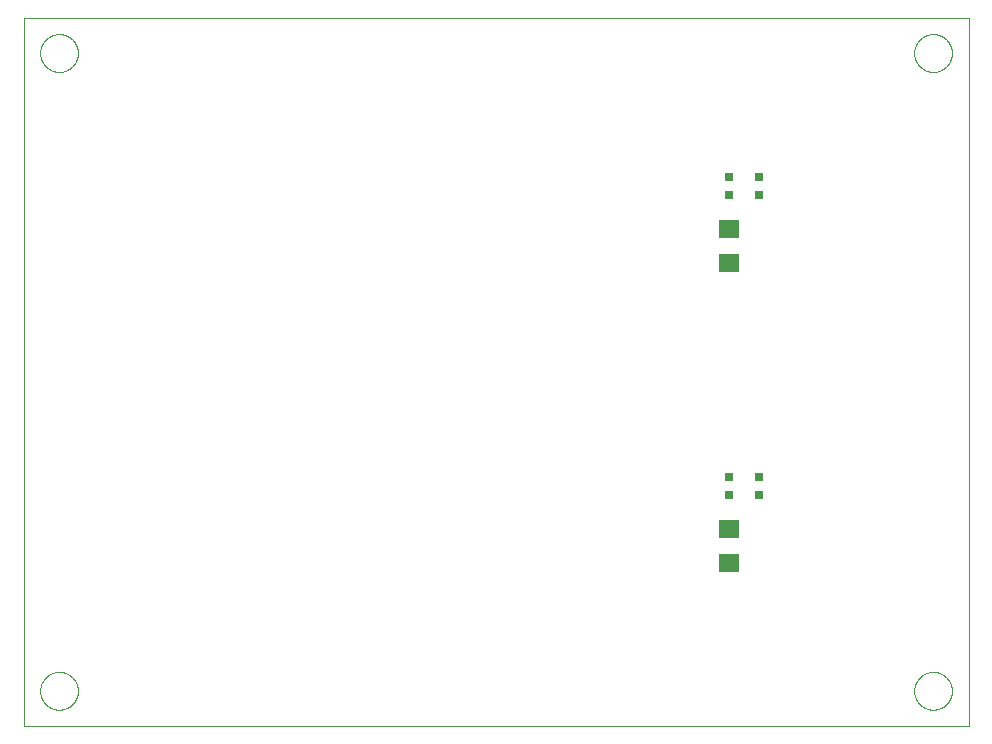
<source format=gtp>
G75*
%MOIN*%
%OFA0B0*%
%FSLAX25Y25*%
%IPPOS*%
%LPD*%
%AMOC8*
5,1,8,0,0,1.08239X$1,22.5*
%
%ADD10C,0.00000*%
%ADD11R,0.03150X0.03150*%
%ADD12R,0.07098X0.06299*%
D10*
X0001000Y0001000D02*
X0001000Y0237220D01*
X0315961Y0237220D01*
X0315961Y0001000D01*
X0001000Y0001000D01*
X0006512Y0012811D02*
X0006514Y0012969D01*
X0006520Y0013127D01*
X0006530Y0013285D01*
X0006544Y0013443D01*
X0006562Y0013600D01*
X0006583Y0013757D01*
X0006609Y0013913D01*
X0006639Y0014069D01*
X0006672Y0014224D01*
X0006710Y0014377D01*
X0006751Y0014530D01*
X0006796Y0014682D01*
X0006845Y0014833D01*
X0006898Y0014982D01*
X0006954Y0015130D01*
X0007014Y0015276D01*
X0007078Y0015421D01*
X0007146Y0015564D01*
X0007217Y0015706D01*
X0007291Y0015846D01*
X0007369Y0015983D01*
X0007451Y0016119D01*
X0007535Y0016253D01*
X0007624Y0016384D01*
X0007715Y0016513D01*
X0007810Y0016640D01*
X0007907Y0016765D01*
X0008008Y0016887D01*
X0008112Y0017006D01*
X0008219Y0017123D01*
X0008329Y0017237D01*
X0008442Y0017348D01*
X0008557Y0017457D01*
X0008675Y0017562D01*
X0008796Y0017664D01*
X0008919Y0017764D01*
X0009045Y0017860D01*
X0009173Y0017953D01*
X0009303Y0018043D01*
X0009436Y0018129D01*
X0009571Y0018213D01*
X0009707Y0018292D01*
X0009846Y0018369D01*
X0009987Y0018441D01*
X0010129Y0018511D01*
X0010273Y0018576D01*
X0010419Y0018638D01*
X0010566Y0018696D01*
X0010715Y0018751D01*
X0010865Y0018802D01*
X0011016Y0018849D01*
X0011168Y0018892D01*
X0011321Y0018931D01*
X0011476Y0018967D01*
X0011631Y0018998D01*
X0011787Y0019026D01*
X0011943Y0019050D01*
X0012100Y0019070D01*
X0012258Y0019086D01*
X0012415Y0019098D01*
X0012574Y0019106D01*
X0012732Y0019110D01*
X0012890Y0019110D01*
X0013048Y0019106D01*
X0013207Y0019098D01*
X0013364Y0019086D01*
X0013522Y0019070D01*
X0013679Y0019050D01*
X0013835Y0019026D01*
X0013991Y0018998D01*
X0014146Y0018967D01*
X0014301Y0018931D01*
X0014454Y0018892D01*
X0014606Y0018849D01*
X0014757Y0018802D01*
X0014907Y0018751D01*
X0015056Y0018696D01*
X0015203Y0018638D01*
X0015349Y0018576D01*
X0015493Y0018511D01*
X0015635Y0018441D01*
X0015776Y0018369D01*
X0015915Y0018292D01*
X0016051Y0018213D01*
X0016186Y0018129D01*
X0016319Y0018043D01*
X0016449Y0017953D01*
X0016577Y0017860D01*
X0016703Y0017764D01*
X0016826Y0017664D01*
X0016947Y0017562D01*
X0017065Y0017457D01*
X0017180Y0017348D01*
X0017293Y0017237D01*
X0017403Y0017123D01*
X0017510Y0017006D01*
X0017614Y0016887D01*
X0017715Y0016765D01*
X0017812Y0016640D01*
X0017907Y0016513D01*
X0017998Y0016384D01*
X0018087Y0016253D01*
X0018171Y0016119D01*
X0018253Y0015983D01*
X0018331Y0015846D01*
X0018405Y0015706D01*
X0018476Y0015564D01*
X0018544Y0015421D01*
X0018608Y0015276D01*
X0018668Y0015130D01*
X0018724Y0014982D01*
X0018777Y0014833D01*
X0018826Y0014682D01*
X0018871Y0014530D01*
X0018912Y0014377D01*
X0018950Y0014224D01*
X0018983Y0014069D01*
X0019013Y0013913D01*
X0019039Y0013757D01*
X0019060Y0013600D01*
X0019078Y0013443D01*
X0019092Y0013285D01*
X0019102Y0013127D01*
X0019108Y0012969D01*
X0019110Y0012811D01*
X0019108Y0012653D01*
X0019102Y0012495D01*
X0019092Y0012337D01*
X0019078Y0012179D01*
X0019060Y0012022D01*
X0019039Y0011865D01*
X0019013Y0011709D01*
X0018983Y0011553D01*
X0018950Y0011398D01*
X0018912Y0011245D01*
X0018871Y0011092D01*
X0018826Y0010940D01*
X0018777Y0010789D01*
X0018724Y0010640D01*
X0018668Y0010492D01*
X0018608Y0010346D01*
X0018544Y0010201D01*
X0018476Y0010058D01*
X0018405Y0009916D01*
X0018331Y0009776D01*
X0018253Y0009639D01*
X0018171Y0009503D01*
X0018087Y0009369D01*
X0017998Y0009238D01*
X0017907Y0009109D01*
X0017812Y0008982D01*
X0017715Y0008857D01*
X0017614Y0008735D01*
X0017510Y0008616D01*
X0017403Y0008499D01*
X0017293Y0008385D01*
X0017180Y0008274D01*
X0017065Y0008165D01*
X0016947Y0008060D01*
X0016826Y0007958D01*
X0016703Y0007858D01*
X0016577Y0007762D01*
X0016449Y0007669D01*
X0016319Y0007579D01*
X0016186Y0007493D01*
X0016051Y0007409D01*
X0015915Y0007330D01*
X0015776Y0007253D01*
X0015635Y0007181D01*
X0015493Y0007111D01*
X0015349Y0007046D01*
X0015203Y0006984D01*
X0015056Y0006926D01*
X0014907Y0006871D01*
X0014757Y0006820D01*
X0014606Y0006773D01*
X0014454Y0006730D01*
X0014301Y0006691D01*
X0014146Y0006655D01*
X0013991Y0006624D01*
X0013835Y0006596D01*
X0013679Y0006572D01*
X0013522Y0006552D01*
X0013364Y0006536D01*
X0013207Y0006524D01*
X0013048Y0006516D01*
X0012890Y0006512D01*
X0012732Y0006512D01*
X0012574Y0006516D01*
X0012415Y0006524D01*
X0012258Y0006536D01*
X0012100Y0006552D01*
X0011943Y0006572D01*
X0011787Y0006596D01*
X0011631Y0006624D01*
X0011476Y0006655D01*
X0011321Y0006691D01*
X0011168Y0006730D01*
X0011016Y0006773D01*
X0010865Y0006820D01*
X0010715Y0006871D01*
X0010566Y0006926D01*
X0010419Y0006984D01*
X0010273Y0007046D01*
X0010129Y0007111D01*
X0009987Y0007181D01*
X0009846Y0007253D01*
X0009707Y0007330D01*
X0009571Y0007409D01*
X0009436Y0007493D01*
X0009303Y0007579D01*
X0009173Y0007669D01*
X0009045Y0007762D01*
X0008919Y0007858D01*
X0008796Y0007958D01*
X0008675Y0008060D01*
X0008557Y0008165D01*
X0008442Y0008274D01*
X0008329Y0008385D01*
X0008219Y0008499D01*
X0008112Y0008616D01*
X0008008Y0008735D01*
X0007907Y0008857D01*
X0007810Y0008982D01*
X0007715Y0009109D01*
X0007624Y0009238D01*
X0007535Y0009369D01*
X0007451Y0009503D01*
X0007369Y0009639D01*
X0007291Y0009776D01*
X0007217Y0009916D01*
X0007146Y0010058D01*
X0007078Y0010201D01*
X0007014Y0010346D01*
X0006954Y0010492D01*
X0006898Y0010640D01*
X0006845Y0010789D01*
X0006796Y0010940D01*
X0006751Y0011092D01*
X0006710Y0011245D01*
X0006672Y0011398D01*
X0006639Y0011553D01*
X0006609Y0011709D01*
X0006583Y0011865D01*
X0006562Y0012022D01*
X0006544Y0012179D01*
X0006530Y0012337D01*
X0006520Y0012495D01*
X0006514Y0012653D01*
X0006512Y0012811D01*
X0006512Y0225409D02*
X0006514Y0225567D01*
X0006520Y0225725D01*
X0006530Y0225883D01*
X0006544Y0226041D01*
X0006562Y0226198D01*
X0006583Y0226355D01*
X0006609Y0226511D01*
X0006639Y0226667D01*
X0006672Y0226822D01*
X0006710Y0226975D01*
X0006751Y0227128D01*
X0006796Y0227280D01*
X0006845Y0227431D01*
X0006898Y0227580D01*
X0006954Y0227728D01*
X0007014Y0227874D01*
X0007078Y0228019D01*
X0007146Y0228162D01*
X0007217Y0228304D01*
X0007291Y0228444D01*
X0007369Y0228581D01*
X0007451Y0228717D01*
X0007535Y0228851D01*
X0007624Y0228982D01*
X0007715Y0229111D01*
X0007810Y0229238D01*
X0007907Y0229363D01*
X0008008Y0229485D01*
X0008112Y0229604D01*
X0008219Y0229721D01*
X0008329Y0229835D01*
X0008442Y0229946D01*
X0008557Y0230055D01*
X0008675Y0230160D01*
X0008796Y0230262D01*
X0008919Y0230362D01*
X0009045Y0230458D01*
X0009173Y0230551D01*
X0009303Y0230641D01*
X0009436Y0230727D01*
X0009571Y0230811D01*
X0009707Y0230890D01*
X0009846Y0230967D01*
X0009987Y0231039D01*
X0010129Y0231109D01*
X0010273Y0231174D01*
X0010419Y0231236D01*
X0010566Y0231294D01*
X0010715Y0231349D01*
X0010865Y0231400D01*
X0011016Y0231447D01*
X0011168Y0231490D01*
X0011321Y0231529D01*
X0011476Y0231565D01*
X0011631Y0231596D01*
X0011787Y0231624D01*
X0011943Y0231648D01*
X0012100Y0231668D01*
X0012258Y0231684D01*
X0012415Y0231696D01*
X0012574Y0231704D01*
X0012732Y0231708D01*
X0012890Y0231708D01*
X0013048Y0231704D01*
X0013207Y0231696D01*
X0013364Y0231684D01*
X0013522Y0231668D01*
X0013679Y0231648D01*
X0013835Y0231624D01*
X0013991Y0231596D01*
X0014146Y0231565D01*
X0014301Y0231529D01*
X0014454Y0231490D01*
X0014606Y0231447D01*
X0014757Y0231400D01*
X0014907Y0231349D01*
X0015056Y0231294D01*
X0015203Y0231236D01*
X0015349Y0231174D01*
X0015493Y0231109D01*
X0015635Y0231039D01*
X0015776Y0230967D01*
X0015915Y0230890D01*
X0016051Y0230811D01*
X0016186Y0230727D01*
X0016319Y0230641D01*
X0016449Y0230551D01*
X0016577Y0230458D01*
X0016703Y0230362D01*
X0016826Y0230262D01*
X0016947Y0230160D01*
X0017065Y0230055D01*
X0017180Y0229946D01*
X0017293Y0229835D01*
X0017403Y0229721D01*
X0017510Y0229604D01*
X0017614Y0229485D01*
X0017715Y0229363D01*
X0017812Y0229238D01*
X0017907Y0229111D01*
X0017998Y0228982D01*
X0018087Y0228851D01*
X0018171Y0228717D01*
X0018253Y0228581D01*
X0018331Y0228444D01*
X0018405Y0228304D01*
X0018476Y0228162D01*
X0018544Y0228019D01*
X0018608Y0227874D01*
X0018668Y0227728D01*
X0018724Y0227580D01*
X0018777Y0227431D01*
X0018826Y0227280D01*
X0018871Y0227128D01*
X0018912Y0226975D01*
X0018950Y0226822D01*
X0018983Y0226667D01*
X0019013Y0226511D01*
X0019039Y0226355D01*
X0019060Y0226198D01*
X0019078Y0226041D01*
X0019092Y0225883D01*
X0019102Y0225725D01*
X0019108Y0225567D01*
X0019110Y0225409D01*
X0019108Y0225251D01*
X0019102Y0225093D01*
X0019092Y0224935D01*
X0019078Y0224777D01*
X0019060Y0224620D01*
X0019039Y0224463D01*
X0019013Y0224307D01*
X0018983Y0224151D01*
X0018950Y0223996D01*
X0018912Y0223843D01*
X0018871Y0223690D01*
X0018826Y0223538D01*
X0018777Y0223387D01*
X0018724Y0223238D01*
X0018668Y0223090D01*
X0018608Y0222944D01*
X0018544Y0222799D01*
X0018476Y0222656D01*
X0018405Y0222514D01*
X0018331Y0222374D01*
X0018253Y0222237D01*
X0018171Y0222101D01*
X0018087Y0221967D01*
X0017998Y0221836D01*
X0017907Y0221707D01*
X0017812Y0221580D01*
X0017715Y0221455D01*
X0017614Y0221333D01*
X0017510Y0221214D01*
X0017403Y0221097D01*
X0017293Y0220983D01*
X0017180Y0220872D01*
X0017065Y0220763D01*
X0016947Y0220658D01*
X0016826Y0220556D01*
X0016703Y0220456D01*
X0016577Y0220360D01*
X0016449Y0220267D01*
X0016319Y0220177D01*
X0016186Y0220091D01*
X0016051Y0220007D01*
X0015915Y0219928D01*
X0015776Y0219851D01*
X0015635Y0219779D01*
X0015493Y0219709D01*
X0015349Y0219644D01*
X0015203Y0219582D01*
X0015056Y0219524D01*
X0014907Y0219469D01*
X0014757Y0219418D01*
X0014606Y0219371D01*
X0014454Y0219328D01*
X0014301Y0219289D01*
X0014146Y0219253D01*
X0013991Y0219222D01*
X0013835Y0219194D01*
X0013679Y0219170D01*
X0013522Y0219150D01*
X0013364Y0219134D01*
X0013207Y0219122D01*
X0013048Y0219114D01*
X0012890Y0219110D01*
X0012732Y0219110D01*
X0012574Y0219114D01*
X0012415Y0219122D01*
X0012258Y0219134D01*
X0012100Y0219150D01*
X0011943Y0219170D01*
X0011787Y0219194D01*
X0011631Y0219222D01*
X0011476Y0219253D01*
X0011321Y0219289D01*
X0011168Y0219328D01*
X0011016Y0219371D01*
X0010865Y0219418D01*
X0010715Y0219469D01*
X0010566Y0219524D01*
X0010419Y0219582D01*
X0010273Y0219644D01*
X0010129Y0219709D01*
X0009987Y0219779D01*
X0009846Y0219851D01*
X0009707Y0219928D01*
X0009571Y0220007D01*
X0009436Y0220091D01*
X0009303Y0220177D01*
X0009173Y0220267D01*
X0009045Y0220360D01*
X0008919Y0220456D01*
X0008796Y0220556D01*
X0008675Y0220658D01*
X0008557Y0220763D01*
X0008442Y0220872D01*
X0008329Y0220983D01*
X0008219Y0221097D01*
X0008112Y0221214D01*
X0008008Y0221333D01*
X0007907Y0221455D01*
X0007810Y0221580D01*
X0007715Y0221707D01*
X0007624Y0221836D01*
X0007535Y0221967D01*
X0007451Y0222101D01*
X0007369Y0222237D01*
X0007291Y0222374D01*
X0007217Y0222514D01*
X0007146Y0222656D01*
X0007078Y0222799D01*
X0007014Y0222944D01*
X0006954Y0223090D01*
X0006898Y0223238D01*
X0006845Y0223387D01*
X0006796Y0223538D01*
X0006751Y0223690D01*
X0006710Y0223843D01*
X0006672Y0223996D01*
X0006639Y0224151D01*
X0006609Y0224307D01*
X0006583Y0224463D01*
X0006562Y0224620D01*
X0006544Y0224777D01*
X0006530Y0224935D01*
X0006520Y0225093D01*
X0006514Y0225251D01*
X0006512Y0225409D01*
X0297851Y0225409D02*
X0297853Y0225567D01*
X0297859Y0225725D01*
X0297869Y0225883D01*
X0297883Y0226041D01*
X0297901Y0226198D01*
X0297922Y0226355D01*
X0297948Y0226511D01*
X0297978Y0226667D01*
X0298011Y0226822D01*
X0298049Y0226975D01*
X0298090Y0227128D01*
X0298135Y0227280D01*
X0298184Y0227431D01*
X0298237Y0227580D01*
X0298293Y0227728D01*
X0298353Y0227874D01*
X0298417Y0228019D01*
X0298485Y0228162D01*
X0298556Y0228304D01*
X0298630Y0228444D01*
X0298708Y0228581D01*
X0298790Y0228717D01*
X0298874Y0228851D01*
X0298963Y0228982D01*
X0299054Y0229111D01*
X0299149Y0229238D01*
X0299246Y0229363D01*
X0299347Y0229485D01*
X0299451Y0229604D01*
X0299558Y0229721D01*
X0299668Y0229835D01*
X0299781Y0229946D01*
X0299896Y0230055D01*
X0300014Y0230160D01*
X0300135Y0230262D01*
X0300258Y0230362D01*
X0300384Y0230458D01*
X0300512Y0230551D01*
X0300642Y0230641D01*
X0300775Y0230727D01*
X0300910Y0230811D01*
X0301046Y0230890D01*
X0301185Y0230967D01*
X0301326Y0231039D01*
X0301468Y0231109D01*
X0301612Y0231174D01*
X0301758Y0231236D01*
X0301905Y0231294D01*
X0302054Y0231349D01*
X0302204Y0231400D01*
X0302355Y0231447D01*
X0302507Y0231490D01*
X0302660Y0231529D01*
X0302815Y0231565D01*
X0302970Y0231596D01*
X0303126Y0231624D01*
X0303282Y0231648D01*
X0303439Y0231668D01*
X0303597Y0231684D01*
X0303754Y0231696D01*
X0303913Y0231704D01*
X0304071Y0231708D01*
X0304229Y0231708D01*
X0304387Y0231704D01*
X0304546Y0231696D01*
X0304703Y0231684D01*
X0304861Y0231668D01*
X0305018Y0231648D01*
X0305174Y0231624D01*
X0305330Y0231596D01*
X0305485Y0231565D01*
X0305640Y0231529D01*
X0305793Y0231490D01*
X0305945Y0231447D01*
X0306096Y0231400D01*
X0306246Y0231349D01*
X0306395Y0231294D01*
X0306542Y0231236D01*
X0306688Y0231174D01*
X0306832Y0231109D01*
X0306974Y0231039D01*
X0307115Y0230967D01*
X0307254Y0230890D01*
X0307390Y0230811D01*
X0307525Y0230727D01*
X0307658Y0230641D01*
X0307788Y0230551D01*
X0307916Y0230458D01*
X0308042Y0230362D01*
X0308165Y0230262D01*
X0308286Y0230160D01*
X0308404Y0230055D01*
X0308519Y0229946D01*
X0308632Y0229835D01*
X0308742Y0229721D01*
X0308849Y0229604D01*
X0308953Y0229485D01*
X0309054Y0229363D01*
X0309151Y0229238D01*
X0309246Y0229111D01*
X0309337Y0228982D01*
X0309426Y0228851D01*
X0309510Y0228717D01*
X0309592Y0228581D01*
X0309670Y0228444D01*
X0309744Y0228304D01*
X0309815Y0228162D01*
X0309883Y0228019D01*
X0309947Y0227874D01*
X0310007Y0227728D01*
X0310063Y0227580D01*
X0310116Y0227431D01*
X0310165Y0227280D01*
X0310210Y0227128D01*
X0310251Y0226975D01*
X0310289Y0226822D01*
X0310322Y0226667D01*
X0310352Y0226511D01*
X0310378Y0226355D01*
X0310399Y0226198D01*
X0310417Y0226041D01*
X0310431Y0225883D01*
X0310441Y0225725D01*
X0310447Y0225567D01*
X0310449Y0225409D01*
X0310447Y0225251D01*
X0310441Y0225093D01*
X0310431Y0224935D01*
X0310417Y0224777D01*
X0310399Y0224620D01*
X0310378Y0224463D01*
X0310352Y0224307D01*
X0310322Y0224151D01*
X0310289Y0223996D01*
X0310251Y0223843D01*
X0310210Y0223690D01*
X0310165Y0223538D01*
X0310116Y0223387D01*
X0310063Y0223238D01*
X0310007Y0223090D01*
X0309947Y0222944D01*
X0309883Y0222799D01*
X0309815Y0222656D01*
X0309744Y0222514D01*
X0309670Y0222374D01*
X0309592Y0222237D01*
X0309510Y0222101D01*
X0309426Y0221967D01*
X0309337Y0221836D01*
X0309246Y0221707D01*
X0309151Y0221580D01*
X0309054Y0221455D01*
X0308953Y0221333D01*
X0308849Y0221214D01*
X0308742Y0221097D01*
X0308632Y0220983D01*
X0308519Y0220872D01*
X0308404Y0220763D01*
X0308286Y0220658D01*
X0308165Y0220556D01*
X0308042Y0220456D01*
X0307916Y0220360D01*
X0307788Y0220267D01*
X0307658Y0220177D01*
X0307525Y0220091D01*
X0307390Y0220007D01*
X0307254Y0219928D01*
X0307115Y0219851D01*
X0306974Y0219779D01*
X0306832Y0219709D01*
X0306688Y0219644D01*
X0306542Y0219582D01*
X0306395Y0219524D01*
X0306246Y0219469D01*
X0306096Y0219418D01*
X0305945Y0219371D01*
X0305793Y0219328D01*
X0305640Y0219289D01*
X0305485Y0219253D01*
X0305330Y0219222D01*
X0305174Y0219194D01*
X0305018Y0219170D01*
X0304861Y0219150D01*
X0304703Y0219134D01*
X0304546Y0219122D01*
X0304387Y0219114D01*
X0304229Y0219110D01*
X0304071Y0219110D01*
X0303913Y0219114D01*
X0303754Y0219122D01*
X0303597Y0219134D01*
X0303439Y0219150D01*
X0303282Y0219170D01*
X0303126Y0219194D01*
X0302970Y0219222D01*
X0302815Y0219253D01*
X0302660Y0219289D01*
X0302507Y0219328D01*
X0302355Y0219371D01*
X0302204Y0219418D01*
X0302054Y0219469D01*
X0301905Y0219524D01*
X0301758Y0219582D01*
X0301612Y0219644D01*
X0301468Y0219709D01*
X0301326Y0219779D01*
X0301185Y0219851D01*
X0301046Y0219928D01*
X0300910Y0220007D01*
X0300775Y0220091D01*
X0300642Y0220177D01*
X0300512Y0220267D01*
X0300384Y0220360D01*
X0300258Y0220456D01*
X0300135Y0220556D01*
X0300014Y0220658D01*
X0299896Y0220763D01*
X0299781Y0220872D01*
X0299668Y0220983D01*
X0299558Y0221097D01*
X0299451Y0221214D01*
X0299347Y0221333D01*
X0299246Y0221455D01*
X0299149Y0221580D01*
X0299054Y0221707D01*
X0298963Y0221836D01*
X0298874Y0221967D01*
X0298790Y0222101D01*
X0298708Y0222237D01*
X0298630Y0222374D01*
X0298556Y0222514D01*
X0298485Y0222656D01*
X0298417Y0222799D01*
X0298353Y0222944D01*
X0298293Y0223090D01*
X0298237Y0223238D01*
X0298184Y0223387D01*
X0298135Y0223538D01*
X0298090Y0223690D01*
X0298049Y0223843D01*
X0298011Y0223996D01*
X0297978Y0224151D01*
X0297948Y0224307D01*
X0297922Y0224463D01*
X0297901Y0224620D01*
X0297883Y0224777D01*
X0297869Y0224935D01*
X0297859Y0225093D01*
X0297853Y0225251D01*
X0297851Y0225409D01*
X0297851Y0012811D02*
X0297853Y0012969D01*
X0297859Y0013127D01*
X0297869Y0013285D01*
X0297883Y0013443D01*
X0297901Y0013600D01*
X0297922Y0013757D01*
X0297948Y0013913D01*
X0297978Y0014069D01*
X0298011Y0014224D01*
X0298049Y0014377D01*
X0298090Y0014530D01*
X0298135Y0014682D01*
X0298184Y0014833D01*
X0298237Y0014982D01*
X0298293Y0015130D01*
X0298353Y0015276D01*
X0298417Y0015421D01*
X0298485Y0015564D01*
X0298556Y0015706D01*
X0298630Y0015846D01*
X0298708Y0015983D01*
X0298790Y0016119D01*
X0298874Y0016253D01*
X0298963Y0016384D01*
X0299054Y0016513D01*
X0299149Y0016640D01*
X0299246Y0016765D01*
X0299347Y0016887D01*
X0299451Y0017006D01*
X0299558Y0017123D01*
X0299668Y0017237D01*
X0299781Y0017348D01*
X0299896Y0017457D01*
X0300014Y0017562D01*
X0300135Y0017664D01*
X0300258Y0017764D01*
X0300384Y0017860D01*
X0300512Y0017953D01*
X0300642Y0018043D01*
X0300775Y0018129D01*
X0300910Y0018213D01*
X0301046Y0018292D01*
X0301185Y0018369D01*
X0301326Y0018441D01*
X0301468Y0018511D01*
X0301612Y0018576D01*
X0301758Y0018638D01*
X0301905Y0018696D01*
X0302054Y0018751D01*
X0302204Y0018802D01*
X0302355Y0018849D01*
X0302507Y0018892D01*
X0302660Y0018931D01*
X0302815Y0018967D01*
X0302970Y0018998D01*
X0303126Y0019026D01*
X0303282Y0019050D01*
X0303439Y0019070D01*
X0303597Y0019086D01*
X0303754Y0019098D01*
X0303913Y0019106D01*
X0304071Y0019110D01*
X0304229Y0019110D01*
X0304387Y0019106D01*
X0304546Y0019098D01*
X0304703Y0019086D01*
X0304861Y0019070D01*
X0305018Y0019050D01*
X0305174Y0019026D01*
X0305330Y0018998D01*
X0305485Y0018967D01*
X0305640Y0018931D01*
X0305793Y0018892D01*
X0305945Y0018849D01*
X0306096Y0018802D01*
X0306246Y0018751D01*
X0306395Y0018696D01*
X0306542Y0018638D01*
X0306688Y0018576D01*
X0306832Y0018511D01*
X0306974Y0018441D01*
X0307115Y0018369D01*
X0307254Y0018292D01*
X0307390Y0018213D01*
X0307525Y0018129D01*
X0307658Y0018043D01*
X0307788Y0017953D01*
X0307916Y0017860D01*
X0308042Y0017764D01*
X0308165Y0017664D01*
X0308286Y0017562D01*
X0308404Y0017457D01*
X0308519Y0017348D01*
X0308632Y0017237D01*
X0308742Y0017123D01*
X0308849Y0017006D01*
X0308953Y0016887D01*
X0309054Y0016765D01*
X0309151Y0016640D01*
X0309246Y0016513D01*
X0309337Y0016384D01*
X0309426Y0016253D01*
X0309510Y0016119D01*
X0309592Y0015983D01*
X0309670Y0015846D01*
X0309744Y0015706D01*
X0309815Y0015564D01*
X0309883Y0015421D01*
X0309947Y0015276D01*
X0310007Y0015130D01*
X0310063Y0014982D01*
X0310116Y0014833D01*
X0310165Y0014682D01*
X0310210Y0014530D01*
X0310251Y0014377D01*
X0310289Y0014224D01*
X0310322Y0014069D01*
X0310352Y0013913D01*
X0310378Y0013757D01*
X0310399Y0013600D01*
X0310417Y0013443D01*
X0310431Y0013285D01*
X0310441Y0013127D01*
X0310447Y0012969D01*
X0310449Y0012811D01*
X0310447Y0012653D01*
X0310441Y0012495D01*
X0310431Y0012337D01*
X0310417Y0012179D01*
X0310399Y0012022D01*
X0310378Y0011865D01*
X0310352Y0011709D01*
X0310322Y0011553D01*
X0310289Y0011398D01*
X0310251Y0011245D01*
X0310210Y0011092D01*
X0310165Y0010940D01*
X0310116Y0010789D01*
X0310063Y0010640D01*
X0310007Y0010492D01*
X0309947Y0010346D01*
X0309883Y0010201D01*
X0309815Y0010058D01*
X0309744Y0009916D01*
X0309670Y0009776D01*
X0309592Y0009639D01*
X0309510Y0009503D01*
X0309426Y0009369D01*
X0309337Y0009238D01*
X0309246Y0009109D01*
X0309151Y0008982D01*
X0309054Y0008857D01*
X0308953Y0008735D01*
X0308849Y0008616D01*
X0308742Y0008499D01*
X0308632Y0008385D01*
X0308519Y0008274D01*
X0308404Y0008165D01*
X0308286Y0008060D01*
X0308165Y0007958D01*
X0308042Y0007858D01*
X0307916Y0007762D01*
X0307788Y0007669D01*
X0307658Y0007579D01*
X0307525Y0007493D01*
X0307390Y0007409D01*
X0307254Y0007330D01*
X0307115Y0007253D01*
X0306974Y0007181D01*
X0306832Y0007111D01*
X0306688Y0007046D01*
X0306542Y0006984D01*
X0306395Y0006926D01*
X0306246Y0006871D01*
X0306096Y0006820D01*
X0305945Y0006773D01*
X0305793Y0006730D01*
X0305640Y0006691D01*
X0305485Y0006655D01*
X0305330Y0006624D01*
X0305174Y0006596D01*
X0305018Y0006572D01*
X0304861Y0006552D01*
X0304703Y0006536D01*
X0304546Y0006524D01*
X0304387Y0006516D01*
X0304229Y0006512D01*
X0304071Y0006512D01*
X0303913Y0006516D01*
X0303754Y0006524D01*
X0303597Y0006536D01*
X0303439Y0006552D01*
X0303282Y0006572D01*
X0303126Y0006596D01*
X0302970Y0006624D01*
X0302815Y0006655D01*
X0302660Y0006691D01*
X0302507Y0006730D01*
X0302355Y0006773D01*
X0302204Y0006820D01*
X0302054Y0006871D01*
X0301905Y0006926D01*
X0301758Y0006984D01*
X0301612Y0007046D01*
X0301468Y0007111D01*
X0301326Y0007181D01*
X0301185Y0007253D01*
X0301046Y0007330D01*
X0300910Y0007409D01*
X0300775Y0007493D01*
X0300642Y0007579D01*
X0300512Y0007669D01*
X0300384Y0007762D01*
X0300258Y0007858D01*
X0300135Y0007958D01*
X0300014Y0008060D01*
X0299896Y0008165D01*
X0299781Y0008274D01*
X0299668Y0008385D01*
X0299558Y0008499D01*
X0299451Y0008616D01*
X0299347Y0008735D01*
X0299246Y0008857D01*
X0299149Y0008982D01*
X0299054Y0009109D01*
X0298963Y0009238D01*
X0298874Y0009369D01*
X0298790Y0009503D01*
X0298708Y0009639D01*
X0298630Y0009776D01*
X0298556Y0009916D01*
X0298485Y0010058D01*
X0298417Y0010201D01*
X0298353Y0010346D01*
X0298293Y0010492D01*
X0298237Y0010640D01*
X0298184Y0010789D01*
X0298135Y0010940D01*
X0298090Y0011092D01*
X0298049Y0011245D01*
X0298011Y0011398D01*
X0297978Y0011553D01*
X0297948Y0011709D01*
X0297922Y0011865D01*
X0297901Y0012022D01*
X0297883Y0012179D01*
X0297869Y0012337D01*
X0297859Y0012495D01*
X0297853Y0012653D01*
X0297851Y0012811D01*
D11*
X0246000Y0078047D03*
X0246000Y0083953D03*
X0236000Y0083953D03*
X0236000Y0078047D03*
X0236000Y0178047D03*
X0236000Y0183953D03*
X0246000Y0183953D03*
X0246000Y0178047D03*
D12*
X0236000Y0166598D03*
X0236000Y0155402D03*
X0236000Y0066598D03*
X0236000Y0055402D03*
M02*

</source>
